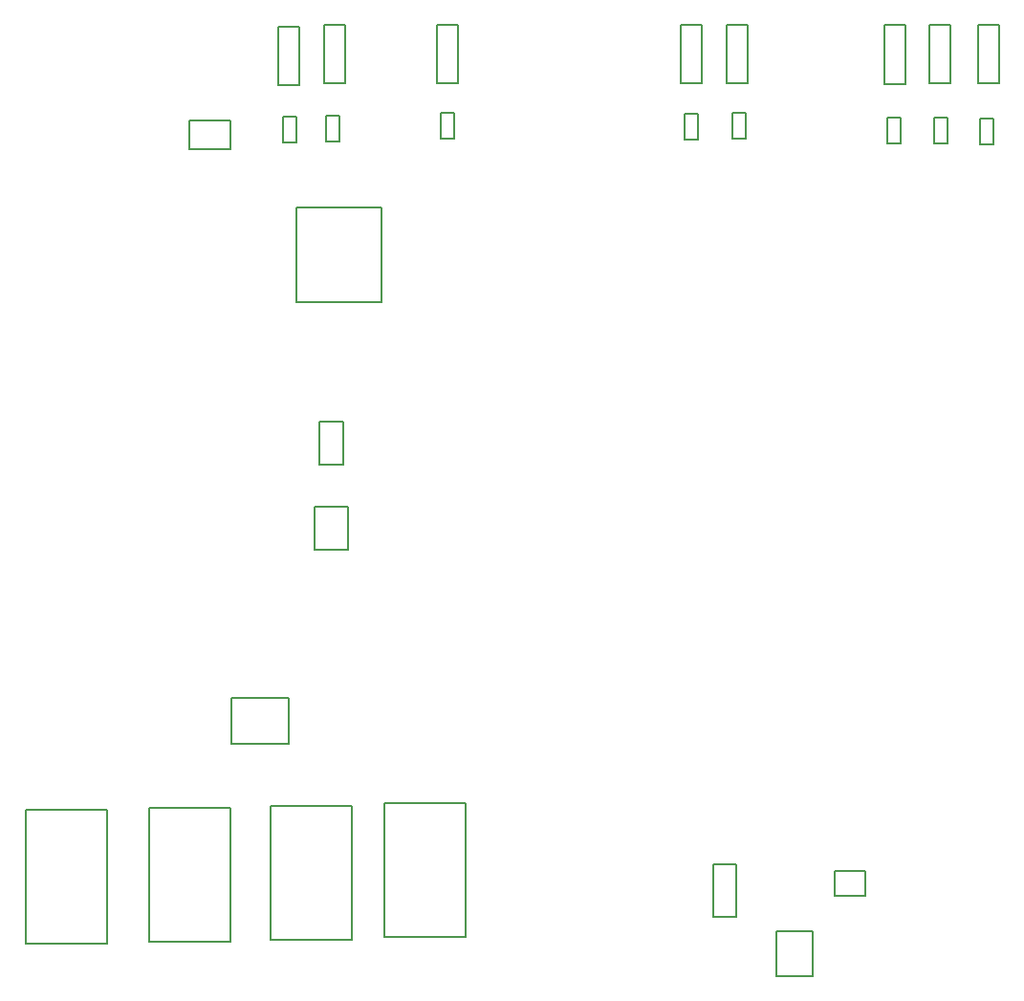
<source format=gbr>
%TF.GenerationSoftware,Altium Limited,Altium Designer,24.1.2 (44)*%
G04 Layer_Color=32768*
%FSLAX45Y45*%
%MOMM*%
%TF.SameCoordinates,E01E6690-4C2E-4FB1-AE08-5A5A66155338*%
%TF.FilePolarity,Positive*%
%TF.FileFunction,Other,Top_Courtyard*%
%TF.Part,Single*%
G01*
G75*
%TA.AperFunction,NonConductor*%
%ADD52C,0.20000*%
D52*
X7087413Y5955701D02*
X7597414D01*
Y6365697D01*
X7087413D02*
X7597414D01*
X7087413Y5955701D02*
Y6365697D01*
X8909299Y12324999D02*
X9099301D01*
X8909299Y11805001D02*
Y12324999D01*
Y11805001D02*
X9099301D01*
Y12324999D01*
X7905999D02*
X8096001D01*
X7905999Y11805001D02*
Y12324999D01*
Y11805001D02*
X8096001D01*
Y12324999D01*
X7930799Y11289599D02*
X8045801D01*
Y11519601D01*
X7930799D02*
X8045801D01*
X7930799Y11289599D02*
Y11519601D01*
X8946799Y11314999D02*
X9061801D01*
Y11545001D01*
X8946799D02*
X9061801D01*
X8946799Y11314999D02*
Y11545001D01*
X11105799Y11311301D02*
X11220801D01*
Y11541298D01*
X11105799D02*
X11220801D01*
X11105799Y11311301D02*
Y11541298D01*
X11524899Y11314999D02*
X11639901D01*
Y11545001D01*
X11524899D02*
X11639901D01*
X11524899Y11314999D02*
Y11545001D01*
X13315599Y11276899D02*
X13430602D01*
Y11506901D01*
X13315599D02*
X13430602D01*
X13315599Y11276899D02*
Y11506901D01*
X13721999Y11264199D02*
X13837001D01*
Y11494201D01*
X13721999D02*
X13837001D01*
X13721999Y11264199D02*
Y11494201D01*
X13697198Y12324999D02*
X13887201D01*
X13697198Y11805001D02*
Y12324999D01*
Y11805001D02*
X13887201D01*
Y12324999D01*
X12871700Y12322200D02*
X13061700D01*
X12871700Y11802201D02*
Y12322200D01*
Y11802201D02*
X13061700D01*
Y12322200D01*
X13265399Y12327799D02*
X13455402D01*
X13265399Y11807800D02*
Y12327799D01*
Y11807800D02*
X13455402D01*
Y12327799D01*
X12896500Y11276899D02*
X13011501D01*
Y11506901D01*
X12896500D02*
X13011501D01*
X12896500Y11276899D02*
Y11506901D01*
X7549799Y11280602D02*
X7664801D01*
Y11510599D01*
X7549799D02*
X7664801D01*
X7549799Y11280602D02*
Y11510599D01*
X7499599Y12312299D02*
X7689601D01*
X7499599Y11792301D02*
Y12312299D01*
Y11792301D02*
X7689601D01*
Y12312299D01*
X11915201Y4302100D02*
X12240199D01*
X11915201Y3902100D02*
Y4302100D01*
Y3902100D02*
X12240199D01*
Y4302100D01*
X7824302Y8059699D02*
X8119298D01*
X7824302Y7679700D02*
Y8059699D01*
Y7679700D02*
X8119298D01*
Y8059699D01*
X11474699Y12327799D02*
X11664701D01*
X11474699Y11807800D02*
Y12327799D01*
Y11807800D02*
X11664701D01*
Y12327799D01*
X11068299D02*
X11258301D01*
X11068299Y11807800D02*
Y12327799D01*
Y11807800D02*
X11258301D01*
Y12327799D01*
X8157799Y4220799D02*
Y5405801D01*
X7437801D02*
X8157799D01*
X7437801Y4220799D02*
Y5405801D01*
Y4220799D02*
X8157799D01*
X6715892Y11228802D02*
Y11478798D01*
Y11228802D02*
X7076308D01*
Y11478798D01*
X6715892D02*
X7076308D01*
X9161099Y4246199D02*
Y5431201D01*
X8441101D02*
X9161099D01*
X8441101Y4246199D02*
Y5431201D01*
Y4246199D02*
X9161099D01*
X7078299Y4208099D02*
Y5393101D01*
X6358301D02*
X7078299D01*
X6358301Y4208099D02*
Y5393101D01*
Y4208099D02*
X7078299D01*
X5986099Y4186601D02*
Y5371602D01*
X5266101D02*
X5986099D01*
X5266101Y4186601D02*
Y5371602D01*
Y4186601D02*
X5986099D01*
X7664099Y9867001D02*
Y10706999D01*
Y9867001D02*
X8414101D01*
Y10706999D01*
X7664099D02*
X8414101D01*
X11355400Y4423700D02*
X11555400D01*
Y4893701D01*
X11355400D02*
X11555400D01*
X11355400Y4423700D02*
Y4893701D01*
X12702454Y4614398D02*
Y4834402D01*
X12431243D02*
X12702454D01*
X12431243Y4614398D02*
Y4834402D01*
Y4614398D02*
X12702454D01*
X7870601Y8433298D02*
X8080599D01*
Y8813302D01*
X7870601D02*
X8080599D01*
X7870601Y8433298D02*
Y8813302D01*
%TF.MD5,6891e5c43dab63c04182add3990c7c2e*%
M02*

</source>
